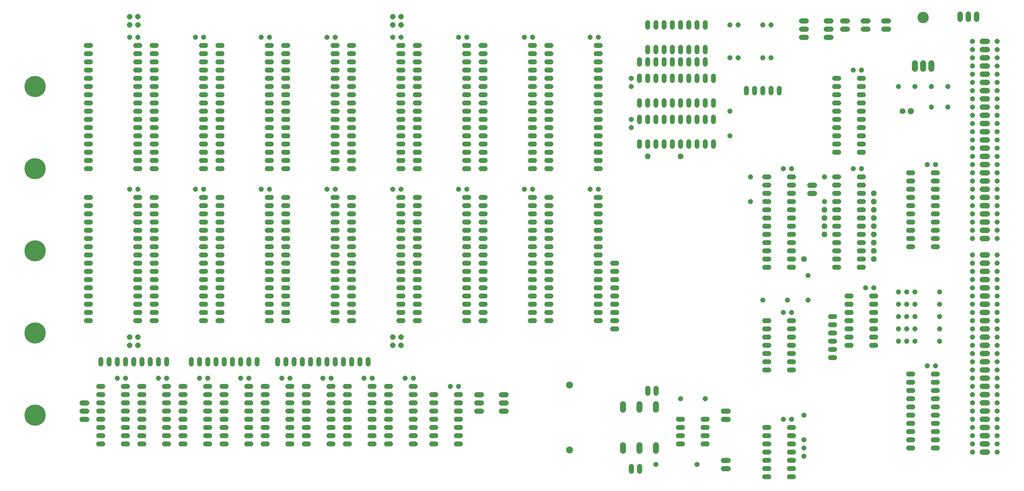
<source format=gts>
G75*
%MOIN*%
%OFA0B0*%
%FSLAX25Y25*%
%IPPOS*%
%LPD*%
%AMOC8*
5,1,8,0,0,1.08239X$1,22.5*
%
%ADD10C,0.06800*%
%ADD11C,0.07400*%
%ADD12C,0.13800*%
%ADD13OC8,0.07100*%
%ADD14C,0.07100*%
%ADD15OC8,0.06000*%
%ADD16OC8,0.06050*%
%ADD17C,0.25800*%
%ADD18C,0.06000*%
%ADD19OC8,0.06400*%
%ADD20C,0.06400*%
%ADD21C,0.08477*%
%ADD22OC8,0.06800*%
D10*
X1161300Y0598300D02*
X1161300Y0604300D01*
X1171300Y0604300D02*
X1171300Y0598300D01*
X1181300Y0598300D02*
X1181300Y0604300D01*
X1188300Y0571300D02*
X1194300Y0571300D01*
X1194300Y0561300D02*
X1188300Y0561300D01*
X1188300Y0551300D02*
X1194300Y0551300D01*
X1194300Y0541300D02*
X1188300Y0541300D01*
X1188300Y0531300D02*
X1194300Y0531300D01*
X1194300Y0521300D02*
X1188300Y0521300D01*
X1188300Y0511300D02*
X1194300Y0511300D01*
X1194300Y0501300D02*
X1188300Y0501300D01*
X1188300Y0491300D02*
X1194300Y0491300D01*
X1194300Y0481300D02*
X1188300Y0481300D01*
X1188300Y0471300D02*
X1194300Y0471300D01*
X1194300Y0461300D02*
X1188300Y0461300D01*
X1188300Y0451300D02*
X1194300Y0451300D01*
X1194300Y0441300D02*
X1188300Y0441300D01*
X1188300Y0431300D02*
X1194300Y0431300D01*
X1194300Y0421300D02*
X1188300Y0421300D01*
X1188300Y0411300D02*
X1194300Y0411300D01*
X1194300Y0401300D02*
X1188300Y0401300D01*
X1188300Y0391300D02*
X1194300Y0391300D01*
X1194300Y0381300D02*
X1188300Y0381300D01*
X1188300Y0371300D02*
X1194300Y0371300D01*
X1194300Y0361300D02*
X1188300Y0361300D01*
X1188300Y0351300D02*
X1194300Y0351300D01*
X1194300Y0341300D02*
X1188300Y0341300D01*
X1188300Y0331300D02*
X1194300Y0331300D01*
X1194300Y0311300D02*
X1188300Y0311300D01*
X1188300Y0301300D02*
X1194300Y0301300D01*
X1194300Y0291300D02*
X1188300Y0291300D01*
X1188300Y0281300D02*
X1194300Y0281300D01*
X1194300Y0271300D02*
X1188300Y0271300D01*
X1188300Y0261300D02*
X1194300Y0261300D01*
X1194300Y0251300D02*
X1188300Y0251300D01*
X1188300Y0241300D02*
X1194300Y0241300D01*
X1194300Y0231300D02*
X1188300Y0231300D01*
X1188300Y0221300D02*
X1194300Y0221300D01*
X1194300Y0211300D02*
X1188300Y0211300D01*
X1188300Y0201300D02*
X1194300Y0201300D01*
X1194300Y0191300D02*
X1188300Y0191300D01*
X1188300Y0181300D02*
X1194300Y0181300D01*
X1194300Y0171300D02*
X1188300Y0171300D01*
X1188300Y0161300D02*
X1194300Y0161300D01*
X1194300Y0151300D02*
X1188300Y0151300D01*
X1188300Y0141300D02*
X1194300Y0141300D01*
X1194300Y0131300D02*
X1188300Y0131300D01*
X1188300Y0121300D02*
X1194300Y0121300D01*
X1194300Y0111300D02*
X1188300Y0111300D01*
X1188300Y0101300D02*
X1194300Y0101300D01*
X1194300Y0091300D02*
X1188300Y0091300D01*
X1188300Y0081300D02*
X1194300Y0081300D01*
X1194300Y0071300D02*
X1188300Y0071300D01*
D11*
X0791300Y0073000D02*
X0791300Y0079600D01*
X0771300Y0079600D02*
X0771300Y0073000D01*
X0751300Y0073000D02*
X0751300Y0079600D01*
X0751300Y0123000D02*
X0751300Y0129600D01*
X0771300Y0129600D02*
X0771300Y0123000D01*
X0791300Y0123000D02*
X0791300Y0129600D01*
X1106300Y0538000D02*
X1106300Y0544600D01*
X1116300Y0544600D02*
X1116300Y0538000D01*
X1126300Y0538000D02*
X1126300Y0544600D01*
D12*
X1116300Y0600300D03*
D13*
X1101300Y0486300D03*
D14*
X1091300Y0486300D03*
D15*
X1126300Y0491300D03*
X1146300Y0491300D03*
X1146300Y0516300D03*
X1126300Y0516300D03*
X1106300Y0516300D03*
X1086300Y0516300D03*
X1041300Y0536300D03*
X1031300Y0536300D03*
X0931300Y0551300D03*
X0921300Y0551300D03*
X0891300Y0551300D03*
X0881300Y0551300D03*
X0881300Y0591300D03*
X0891300Y0591300D03*
X0921300Y0591300D03*
X0931300Y0591300D03*
X0761300Y0526300D03*
X0761300Y0516300D03*
X0761300Y0476300D03*
X0761300Y0466300D03*
X0881300Y0456300D03*
X0881300Y0486300D03*
X0946300Y0416300D03*
X0956300Y0416300D03*
X0996300Y0406300D03*
X1031300Y0416300D03*
X1041300Y0416300D03*
X0996300Y0376300D03*
X0906300Y0376300D03*
X0906300Y0406300D03*
X0721300Y0391300D03*
X0711300Y0391300D03*
X0641300Y0391300D03*
X0631300Y0391300D03*
X0561300Y0391300D03*
X0551300Y0391300D03*
X0481300Y0391300D03*
X0471300Y0391300D03*
X0401300Y0391300D03*
X0391300Y0391300D03*
X0321300Y0391300D03*
X0311300Y0391300D03*
X0241300Y0391300D03*
X0231300Y0391300D03*
X0161300Y0391300D03*
X0151300Y0391300D03*
X0151300Y0576300D03*
X0161300Y0576300D03*
X0231300Y0576300D03*
X0241300Y0576300D03*
X0311300Y0576300D03*
X0321300Y0576300D03*
X0391300Y0576300D03*
X0401300Y0576300D03*
X0471300Y0576300D03*
X0481300Y0576300D03*
X0551300Y0576300D03*
X0561300Y0576300D03*
X0631300Y0576300D03*
X0641300Y0576300D03*
X0711300Y0576300D03*
X0721300Y0576300D03*
X1121300Y0421300D03*
X1131300Y0421300D03*
X0976300Y0286300D03*
X0976300Y0256300D03*
X0956300Y0241300D03*
X0946300Y0241300D03*
X0951300Y0256300D03*
X0921300Y0256300D03*
X1046300Y0271300D03*
X1056300Y0271300D03*
X1086300Y0266300D03*
X1096300Y0266300D03*
X1106300Y0266300D03*
X1106300Y0251300D03*
X1096300Y0251300D03*
X1086300Y0251300D03*
X1086300Y0236300D03*
X1096300Y0236300D03*
X1106300Y0236300D03*
X1106300Y0221300D03*
X1096300Y0221300D03*
X1086300Y0221300D03*
X1086300Y0206300D03*
X1096300Y0206300D03*
X1106300Y0206300D03*
X1136300Y0206300D03*
X1136300Y0221300D03*
X1136300Y0236300D03*
X1136300Y0251300D03*
X1136300Y0266300D03*
X1131300Y0176300D03*
X1121300Y0176300D03*
X0971300Y0116300D03*
X0956300Y0111300D03*
X0946300Y0111300D03*
X0971300Y0086300D03*
X0971300Y0076300D03*
X0971300Y0066300D03*
X0841300Y0056300D03*
X0791300Y0056300D03*
X0821300Y0136300D03*
X0851300Y0136300D03*
X0551300Y0151300D03*
X0541300Y0151300D03*
X0496300Y0161300D03*
X0486300Y0161300D03*
X0446300Y0161300D03*
X0436300Y0161300D03*
X0396300Y0161300D03*
X0386300Y0161300D03*
X0346300Y0161300D03*
X0336300Y0161300D03*
X0296300Y0161300D03*
X0286300Y0161300D03*
X0246300Y0161300D03*
X0236300Y0161300D03*
X0196300Y0161300D03*
X0186300Y0161300D03*
X0146300Y0161300D03*
X0136300Y0161300D03*
D16*
X1176300Y0161300D03*
X1176300Y0151300D03*
X1176300Y0141300D03*
X1176300Y0131300D03*
X1176300Y0121300D03*
X1176300Y0111300D03*
X1176300Y0101300D03*
X1176300Y0091300D03*
X1176300Y0081300D03*
X1176300Y0071300D03*
X1206300Y0071300D03*
X1206300Y0081300D03*
X1206300Y0091300D03*
X1206300Y0101300D03*
X1206300Y0111300D03*
X1206300Y0121300D03*
X1206300Y0131300D03*
X1206300Y0141300D03*
X1206300Y0151300D03*
X1206300Y0161300D03*
X1206300Y0171300D03*
X1206300Y0181300D03*
X1206300Y0191300D03*
X1206300Y0201300D03*
X1206300Y0211300D03*
X1206300Y0221300D03*
X1206300Y0231300D03*
X1206300Y0241300D03*
X1206300Y0251300D03*
X1206300Y0261300D03*
X1206300Y0271300D03*
X1206300Y0281300D03*
X1206300Y0291300D03*
X1206300Y0301300D03*
X1206300Y0311300D03*
X1176300Y0311300D03*
X1176300Y0301300D03*
X1176300Y0291300D03*
X1176300Y0281300D03*
X1176300Y0271300D03*
X1176300Y0261300D03*
X1176300Y0251300D03*
X1176300Y0241300D03*
X1176300Y0231300D03*
X1176300Y0221300D03*
X1176300Y0211300D03*
X1176300Y0201300D03*
X1176300Y0191300D03*
X1176300Y0181300D03*
X1176300Y0171300D03*
X1176300Y0331300D03*
X1176300Y0341300D03*
X1176300Y0351300D03*
X1176300Y0361300D03*
X1176300Y0371300D03*
X1176300Y0381300D03*
X1176300Y0391300D03*
X1176300Y0401300D03*
X1176300Y0411300D03*
X1176300Y0421300D03*
X1176300Y0431300D03*
X1176300Y0441300D03*
X1176300Y0451300D03*
X1176300Y0461300D03*
X1176300Y0471300D03*
X1176300Y0481300D03*
X1176300Y0491300D03*
X1176300Y0501300D03*
X1176300Y0511300D03*
X1176300Y0521300D03*
X1176300Y0531300D03*
X1176300Y0541300D03*
X1176300Y0551300D03*
X1176300Y0561300D03*
X1176300Y0571300D03*
X1206300Y0571300D03*
X1206300Y0561300D03*
X1206300Y0551300D03*
X1206300Y0541300D03*
X1206300Y0531300D03*
X1206300Y0521300D03*
X1206300Y0511300D03*
X1206300Y0501300D03*
X1206300Y0491300D03*
X1206300Y0481300D03*
X1206300Y0471300D03*
X1206300Y0461300D03*
X1206300Y0451300D03*
X1206300Y0441300D03*
X1206300Y0431300D03*
X1206300Y0421300D03*
X1206300Y0411300D03*
X1206300Y0401300D03*
X1206300Y0391300D03*
X1206300Y0381300D03*
X1206300Y0371300D03*
X1206300Y0361300D03*
X1206300Y0351300D03*
X1206300Y0341300D03*
X1206300Y0331300D03*
D17*
X0036300Y0316300D03*
X0036300Y0216300D03*
X0036300Y0116300D03*
X0036300Y0416300D03*
X0036300Y0516300D03*
D18*
X0113700Y0081300D02*
X0118900Y0081300D01*
X0118900Y0091300D02*
X0113700Y0091300D01*
X0113700Y0101300D02*
X0118900Y0101300D01*
X0118900Y0111300D02*
X0113700Y0111300D01*
X0113700Y0121300D02*
X0118900Y0121300D01*
X0118900Y0131300D02*
X0113700Y0131300D01*
X0113700Y0141300D02*
X0118900Y0141300D01*
X0118900Y0151300D02*
X0113700Y0151300D01*
X0143700Y0151300D02*
X0148900Y0151300D01*
X0163700Y0151300D02*
X0168900Y0151300D01*
X0168900Y0141300D02*
X0163700Y0141300D01*
X0148900Y0141300D02*
X0143700Y0141300D01*
X0143700Y0131300D02*
X0148900Y0131300D01*
X0148900Y0121300D02*
X0143700Y0121300D01*
X0143700Y0111300D02*
X0148900Y0111300D01*
X0148900Y0101300D02*
X0143700Y0101300D01*
X0143700Y0091300D02*
X0148900Y0091300D01*
X0163700Y0091300D02*
X0168900Y0091300D01*
X0168900Y0081300D02*
X0163700Y0081300D01*
X0148900Y0081300D02*
X0143700Y0081300D01*
X0163700Y0101300D02*
X0168900Y0101300D01*
X0168900Y0111300D02*
X0163700Y0111300D01*
X0163700Y0121300D02*
X0168900Y0121300D01*
X0168900Y0131300D02*
X0163700Y0131300D01*
X0193700Y0131300D02*
X0198900Y0131300D01*
X0198900Y0121300D02*
X0193700Y0121300D01*
X0193700Y0111300D02*
X0198900Y0111300D01*
X0198900Y0101300D02*
X0193700Y0101300D01*
X0193700Y0091300D02*
X0198900Y0091300D01*
X0213700Y0091300D02*
X0218900Y0091300D01*
X0218900Y0081300D02*
X0213700Y0081300D01*
X0198900Y0081300D02*
X0193700Y0081300D01*
X0213700Y0101300D02*
X0218900Y0101300D01*
X0218900Y0111300D02*
X0213700Y0111300D01*
X0213700Y0121300D02*
X0218900Y0121300D01*
X0218900Y0131300D02*
X0213700Y0131300D01*
X0213700Y0141300D02*
X0218900Y0141300D01*
X0218900Y0151300D02*
X0213700Y0151300D01*
X0198900Y0151300D02*
X0193700Y0151300D01*
X0193700Y0141300D02*
X0198900Y0141300D01*
X0243700Y0141300D02*
X0248900Y0141300D01*
X0263700Y0141300D02*
X0268900Y0141300D01*
X0268900Y0131300D02*
X0263700Y0131300D01*
X0263700Y0121300D02*
X0268900Y0121300D01*
X0268900Y0111300D02*
X0263700Y0111300D01*
X0263700Y0101300D02*
X0268900Y0101300D01*
X0268900Y0091300D02*
X0263700Y0091300D01*
X0248900Y0091300D02*
X0243700Y0091300D01*
X0243700Y0081300D02*
X0248900Y0081300D01*
X0263700Y0081300D02*
X0268900Y0081300D01*
X0293700Y0081300D02*
X0298900Y0081300D01*
X0313700Y0081300D02*
X0318900Y0081300D01*
X0318900Y0091300D02*
X0313700Y0091300D01*
X0298900Y0091300D02*
X0293700Y0091300D01*
X0293700Y0101300D02*
X0298900Y0101300D01*
X0298900Y0111300D02*
X0293700Y0111300D01*
X0313700Y0111300D02*
X0318900Y0111300D01*
X0318900Y0101300D02*
X0313700Y0101300D01*
X0313700Y0121300D02*
X0318900Y0121300D01*
X0318900Y0131300D02*
X0313700Y0131300D01*
X0298900Y0131300D02*
X0293700Y0131300D01*
X0293700Y0121300D02*
X0298900Y0121300D01*
X0298900Y0141300D02*
X0293700Y0141300D01*
X0313700Y0141300D02*
X0318900Y0141300D01*
X0318900Y0151300D02*
X0313700Y0151300D01*
X0298900Y0151300D02*
X0293700Y0151300D01*
X0268900Y0151300D02*
X0263700Y0151300D01*
X0248900Y0151300D02*
X0243700Y0151300D01*
X0243700Y0131300D02*
X0248900Y0131300D01*
X0248900Y0121300D02*
X0243700Y0121300D01*
X0243700Y0111300D02*
X0248900Y0111300D01*
X0248900Y0101300D02*
X0243700Y0101300D01*
X0343700Y0101300D02*
X0348900Y0101300D01*
X0348900Y0111300D02*
X0343700Y0111300D01*
X0363700Y0111300D02*
X0368900Y0111300D01*
X0368900Y0101300D02*
X0363700Y0101300D01*
X0363700Y0091300D02*
X0368900Y0091300D01*
X0368900Y0081300D02*
X0363700Y0081300D01*
X0348900Y0081300D02*
X0343700Y0081300D01*
X0343700Y0091300D02*
X0348900Y0091300D01*
X0393700Y0091300D02*
X0398900Y0091300D01*
X0398900Y0081300D02*
X0393700Y0081300D01*
X0413700Y0081300D02*
X0418900Y0081300D01*
X0418900Y0091300D02*
X0413700Y0091300D01*
X0413700Y0101300D02*
X0418900Y0101300D01*
X0418900Y0111300D02*
X0413700Y0111300D01*
X0413700Y0121300D02*
X0418900Y0121300D01*
X0418900Y0131300D02*
X0413700Y0131300D01*
X0413700Y0141300D02*
X0418900Y0141300D01*
X0418900Y0151300D02*
X0413700Y0151300D01*
X0398900Y0151300D02*
X0393700Y0151300D01*
X0393700Y0141300D02*
X0398900Y0141300D01*
X0398900Y0131300D02*
X0393700Y0131300D01*
X0393700Y0121300D02*
X0398900Y0121300D01*
X0398900Y0111300D02*
X0393700Y0111300D01*
X0393700Y0101300D02*
X0398900Y0101300D01*
X0368900Y0121300D02*
X0363700Y0121300D01*
X0363700Y0131300D02*
X0368900Y0131300D01*
X0368900Y0141300D02*
X0363700Y0141300D01*
X0348900Y0141300D02*
X0343700Y0141300D01*
X0343700Y0131300D02*
X0348900Y0131300D01*
X0348900Y0121300D02*
X0343700Y0121300D01*
X0343700Y0151300D02*
X0348900Y0151300D01*
X0363700Y0151300D02*
X0368900Y0151300D01*
X0371300Y0178700D02*
X0371300Y0183900D01*
X0361300Y0183900D02*
X0361300Y0178700D01*
X0351300Y0178700D02*
X0351300Y0183900D01*
X0341300Y0183900D02*
X0341300Y0178700D01*
X0331300Y0178700D02*
X0331300Y0183900D01*
X0306300Y0183900D02*
X0306300Y0178700D01*
X0296300Y0178700D02*
X0296300Y0183900D01*
X0286300Y0183900D02*
X0286300Y0178700D01*
X0276300Y0178700D02*
X0276300Y0183900D01*
X0266300Y0183900D02*
X0266300Y0178700D01*
X0256300Y0178700D02*
X0256300Y0183900D01*
X0246300Y0183900D02*
X0246300Y0178700D01*
X0236300Y0178700D02*
X0236300Y0183900D01*
X0226300Y0183900D02*
X0226300Y0178700D01*
X0196300Y0178700D02*
X0196300Y0183900D01*
X0186300Y0183900D02*
X0186300Y0178700D01*
X0176300Y0178700D02*
X0176300Y0183900D01*
X0166300Y0183900D02*
X0166300Y0178700D01*
X0156300Y0178700D02*
X0156300Y0183900D01*
X0146300Y0183900D02*
X0146300Y0178700D01*
X0136300Y0178700D02*
X0136300Y0183900D01*
X0126300Y0183900D02*
X0126300Y0178700D01*
X0116300Y0178700D02*
X0116300Y0183900D01*
X0103900Y0231300D02*
X0098700Y0231300D01*
X0098700Y0241300D02*
X0103900Y0241300D01*
X0103900Y0251300D02*
X0098700Y0251300D01*
X0098700Y0261300D02*
X0103900Y0261300D01*
X0103900Y0271300D02*
X0098700Y0271300D01*
X0098700Y0281300D02*
X0103900Y0281300D01*
X0103900Y0291300D02*
X0098700Y0291300D01*
X0098700Y0301300D02*
X0103900Y0301300D01*
X0103900Y0311300D02*
X0098700Y0311300D01*
X0098700Y0321300D02*
X0103900Y0321300D01*
X0103900Y0331300D02*
X0098700Y0331300D01*
X0098700Y0341300D02*
X0103900Y0341300D01*
X0103900Y0351300D02*
X0098700Y0351300D01*
X0098700Y0361300D02*
X0103900Y0361300D01*
X0103900Y0371300D02*
X0098700Y0371300D01*
X0098700Y0381300D02*
X0103900Y0381300D01*
X0158700Y0381300D02*
X0163900Y0381300D01*
X0163900Y0371300D02*
X0158700Y0371300D01*
X0178700Y0371300D02*
X0183900Y0371300D01*
X0183900Y0381300D02*
X0178700Y0381300D01*
X0178700Y0361300D02*
X0183900Y0361300D01*
X0183900Y0351300D02*
X0178700Y0351300D01*
X0178700Y0341300D02*
X0183900Y0341300D01*
X0183900Y0331300D02*
X0178700Y0331300D01*
X0178700Y0321300D02*
X0183900Y0321300D01*
X0183900Y0311300D02*
X0178700Y0311300D01*
X0178700Y0301300D02*
X0183900Y0301300D01*
X0183900Y0291300D02*
X0178700Y0291300D01*
X0163900Y0291300D02*
X0158700Y0291300D01*
X0158700Y0281300D02*
X0163900Y0281300D01*
X0163900Y0271300D02*
X0158700Y0271300D01*
X0178700Y0271300D02*
X0183900Y0271300D01*
X0183900Y0281300D02*
X0178700Y0281300D01*
X0178700Y0261300D02*
X0183900Y0261300D01*
X0183900Y0251300D02*
X0178700Y0251300D01*
X0163900Y0251300D02*
X0158700Y0251300D01*
X0158700Y0261300D02*
X0163900Y0261300D01*
X0163900Y0241300D02*
X0158700Y0241300D01*
X0178700Y0241300D02*
X0183900Y0241300D01*
X0183900Y0231300D02*
X0178700Y0231300D01*
X0163900Y0231300D02*
X0158700Y0231300D01*
X0238700Y0231300D02*
X0243900Y0231300D01*
X0258700Y0231300D02*
X0263900Y0231300D01*
X0263900Y0241300D02*
X0258700Y0241300D01*
X0243900Y0241300D02*
X0238700Y0241300D01*
X0238700Y0251300D02*
X0243900Y0251300D01*
X0243900Y0261300D02*
X0238700Y0261300D01*
X0238700Y0271300D02*
X0243900Y0271300D01*
X0243900Y0281300D02*
X0238700Y0281300D01*
X0238700Y0291300D02*
X0243900Y0291300D01*
X0258700Y0291300D02*
X0263900Y0291300D01*
X0263900Y0281300D02*
X0258700Y0281300D01*
X0258700Y0271300D02*
X0263900Y0271300D01*
X0263900Y0261300D02*
X0258700Y0261300D01*
X0258700Y0251300D02*
X0263900Y0251300D01*
X0318700Y0251300D02*
X0323900Y0251300D01*
X0323900Y0261300D02*
X0318700Y0261300D01*
X0338700Y0261300D02*
X0343900Y0261300D01*
X0343900Y0251300D02*
X0338700Y0251300D01*
X0338700Y0241300D02*
X0343900Y0241300D01*
X0343900Y0231300D02*
X0338700Y0231300D01*
X0323900Y0231300D02*
X0318700Y0231300D01*
X0318700Y0241300D02*
X0323900Y0241300D01*
X0323900Y0271300D02*
X0318700Y0271300D01*
X0318700Y0281300D02*
X0323900Y0281300D01*
X0338700Y0281300D02*
X0343900Y0281300D01*
X0343900Y0271300D02*
X0338700Y0271300D01*
X0338700Y0291300D02*
X0343900Y0291300D01*
X0343900Y0301300D02*
X0338700Y0301300D01*
X0338700Y0311300D02*
X0343900Y0311300D01*
X0343900Y0321300D02*
X0338700Y0321300D01*
X0338700Y0331300D02*
X0343900Y0331300D01*
X0343900Y0341300D02*
X0338700Y0341300D01*
X0338700Y0351300D02*
X0343900Y0351300D01*
X0343900Y0361300D02*
X0338700Y0361300D01*
X0323900Y0361300D02*
X0318700Y0361300D01*
X0318700Y0351300D02*
X0323900Y0351300D01*
X0323900Y0341300D02*
X0318700Y0341300D01*
X0318700Y0331300D02*
X0323900Y0331300D01*
X0323900Y0321300D02*
X0318700Y0321300D01*
X0318700Y0311300D02*
X0323900Y0311300D01*
X0323900Y0301300D02*
X0318700Y0301300D01*
X0318700Y0291300D02*
X0323900Y0291300D01*
X0263900Y0301300D02*
X0258700Y0301300D01*
X0258700Y0311300D02*
X0263900Y0311300D01*
X0243900Y0311300D02*
X0238700Y0311300D01*
X0238700Y0301300D02*
X0243900Y0301300D01*
X0243900Y0321300D02*
X0238700Y0321300D01*
X0238700Y0331300D02*
X0243900Y0331300D01*
X0258700Y0331300D02*
X0263900Y0331300D01*
X0263900Y0321300D02*
X0258700Y0321300D01*
X0258700Y0341300D02*
X0263900Y0341300D01*
X0263900Y0351300D02*
X0258700Y0351300D01*
X0243900Y0351300D02*
X0238700Y0351300D01*
X0238700Y0341300D02*
X0243900Y0341300D01*
X0243900Y0361300D02*
X0238700Y0361300D01*
X0238700Y0371300D02*
X0243900Y0371300D01*
X0243900Y0381300D02*
X0238700Y0381300D01*
X0258700Y0381300D02*
X0263900Y0381300D01*
X0263900Y0371300D02*
X0258700Y0371300D01*
X0258700Y0361300D02*
X0263900Y0361300D01*
X0318700Y0371300D02*
X0323900Y0371300D01*
X0323900Y0381300D02*
X0318700Y0381300D01*
X0338700Y0381300D02*
X0343900Y0381300D01*
X0343900Y0371300D02*
X0338700Y0371300D01*
X0398700Y0371300D02*
X0403900Y0371300D01*
X0403900Y0381300D02*
X0398700Y0381300D01*
X0418700Y0381300D02*
X0423900Y0381300D01*
X0423900Y0371300D02*
X0418700Y0371300D01*
X0418700Y0361300D02*
X0423900Y0361300D01*
X0403900Y0361300D02*
X0398700Y0361300D01*
X0398700Y0351300D02*
X0403900Y0351300D01*
X0403900Y0341300D02*
X0398700Y0341300D01*
X0398700Y0331300D02*
X0403900Y0331300D01*
X0403900Y0321300D02*
X0398700Y0321300D01*
X0398700Y0311300D02*
X0403900Y0311300D01*
X0403900Y0301300D02*
X0398700Y0301300D01*
X0398700Y0291300D02*
X0403900Y0291300D01*
X0418700Y0291300D02*
X0423900Y0291300D01*
X0423900Y0281300D02*
X0418700Y0281300D01*
X0418700Y0271300D02*
X0423900Y0271300D01*
X0403900Y0271300D02*
X0398700Y0271300D01*
X0398700Y0281300D02*
X0403900Y0281300D01*
X0403900Y0261300D02*
X0398700Y0261300D01*
X0398700Y0251300D02*
X0403900Y0251300D01*
X0418700Y0251300D02*
X0423900Y0251300D01*
X0423900Y0261300D02*
X0418700Y0261300D01*
X0418700Y0241300D02*
X0423900Y0241300D01*
X0403900Y0241300D02*
X0398700Y0241300D01*
X0398700Y0231300D02*
X0403900Y0231300D01*
X0418700Y0231300D02*
X0423900Y0231300D01*
X0478700Y0231300D02*
X0483900Y0231300D01*
X0483900Y0241300D02*
X0478700Y0241300D01*
X0478700Y0251300D02*
X0483900Y0251300D01*
X0483900Y0261300D02*
X0478700Y0261300D01*
X0478700Y0271300D02*
X0483900Y0271300D01*
X0483900Y0281300D02*
X0478700Y0281300D01*
X0478700Y0291300D02*
X0483900Y0291300D01*
X0483900Y0301300D02*
X0478700Y0301300D01*
X0478700Y0311300D02*
X0483900Y0311300D01*
X0483900Y0321300D02*
X0478700Y0321300D01*
X0478700Y0331300D02*
X0483900Y0331300D01*
X0483900Y0341300D02*
X0478700Y0341300D01*
X0478700Y0351300D02*
X0483900Y0351300D01*
X0483900Y0361300D02*
X0478700Y0361300D01*
X0478700Y0371300D02*
X0483900Y0371300D01*
X0483900Y0381300D02*
X0478700Y0381300D01*
X0498700Y0381300D02*
X0503900Y0381300D01*
X0503900Y0371300D02*
X0498700Y0371300D01*
X0498700Y0361300D02*
X0503900Y0361300D01*
X0503900Y0351300D02*
X0498700Y0351300D01*
X0498700Y0341300D02*
X0503900Y0341300D01*
X0503900Y0331300D02*
X0498700Y0331300D01*
X0498700Y0321300D02*
X0503900Y0321300D01*
X0503900Y0311300D02*
X0498700Y0311300D01*
X0498700Y0301300D02*
X0503900Y0301300D01*
X0503900Y0291300D02*
X0498700Y0291300D01*
X0498700Y0281300D02*
X0503900Y0281300D01*
X0503900Y0271300D02*
X0498700Y0271300D01*
X0498700Y0261300D02*
X0503900Y0261300D01*
X0503900Y0251300D02*
X0498700Y0251300D01*
X0498700Y0241300D02*
X0503900Y0241300D01*
X0503900Y0231300D02*
X0498700Y0231300D01*
X0558700Y0231300D02*
X0563900Y0231300D01*
X0578700Y0231300D02*
X0583900Y0231300D01*
X0583900Y0241300D02*
X0578700Y0241300D01*
X0563900Y0241300D02*
X0558700Y0241300D01*
X0558700Y0251300D02*
X0563900Y0251300D01*
X0563900Y0261300D02*
X0558700Y0261300D01*
X0578700Y0261300D02*
X0583900Y0261300D01*
X0583900Y0251300D02*
X0578700Y0251300D01*
X0578700Y0271300D02*
X0583900Y0271300D01*
X0583900Y0281300D02*
X0578700Y0281300D01*
X0563900Y0281300D02*
X0558700Y0281300D01*
X0558700Y0271300D02*
X0563900Y0271300D01*
X0563900Y0291300D02*
X0558700Y0291300D01*
X0578700Y0291300D02*
X0583900Y0291300D01*
X0583900Y0301300D02*
X0578700Y0301300D01*
X0578700Y0311300D02*
X0583900Y0311300D01*
X0583900Y0321300D02*
X0578700Y0321300D01*
X0578700Y0331300D02*
X0583900Y0331300D01*
X0583900Y0341300D02*
X0578700Y0341300D01*
X0578700Y0351300D02*
X0583900Y0351300D01*
X0583900Y0361300D02*
X0578700Y0361300D01*
X0563900Y0361300D02*
X0558700Y0361300D01*
X0558700Y0351300D02*
X0563900Y0351300D01*
X0563900Y0341300D02*
X0558700Y0341300D01*
X0558700Y0331300D02*
X0563900Y0331300D01*
X0563900Y0321300D02*
X0558700Y0321300D01*
X0558700Y0311300D02*
X0563900Y0311300D01*
X0563900Y0301300D02*
X0558700Y0301300D01*
X0638700Y0301300D02*
X0643900Y0301300D01*
X0643900Y0311300D02*
X0638700Y0311300D01*
X0638700Y0321300D02*
X0643900Y0321300D01*
X0643900Y0331300D02*
X0638700Y0331300D01*
X0638700Y0341300D02*
X0643900Y0341300D01*
X0643900Y0351300D02*
X0638700Y0351300D01*
X0638700Y0361300D02*
X0643900Y0361300D01*
X0658700Y0361300D02*
X0663900Y0361300D01*
X0663900Y0351300D02*
X0658700Y0351300D01*
X0658700Y0341300D02*
X0663900Y0341300D01*
X0663900Y0331300D02*
X0658700Y0331300D01*
X0658700Y0321300D02*
X0663900Y0321300D01*
X0663900Y0311300D02*
X0658700Y0311300D01*
X0658700Y0301300D02*
X0663900Y0301300D01*
X0663900Y0291300D02*
X0658700Y0291300D01*
X0643900Y0291300D02*
X0638700Y0291300D01*
X0638700Y0281300D02*
X0643900Y0281300D01*
X0643900Y0271300D02*
X0638700Y0271300D01*
X0638700Y0261300D02*
X0643900Y0261300D01*
X0643900Y0251300D02*
X0638700Y0251300D01*
X0638700Y0241300D02*
X0643900Y0241300D01*
X0658700Y0241300D02*
X0663900Y0241300D01*
X0663900Y0231300D02*
X0658700Y0231300D01*
X0643900Y0231300D02*
X0638700Y0231300D01*
X0658700Y0251300D02*
X0663900Y0251300D01*
X0663900Y0261300D02*
X0658700Y0261300D01*
X0658700Y0271300D02*
X0663900Y0271300D01*
X0663900Y0281300D02*
X0658700Y0281300D01*
X0718700Y0281300D02*
X0723900Y0281300D01*
X0723900Y0271300D02*
X0718700Y0271300D01*
X0738700Y0271300D02*
X0743900Y0271300D01*
X0743900Y0281300D02*
X0738700Y0281300D01*
X0738700Y0291300D02*
X0743900Y0291300D01*
X0743900Y0301300D02*
X0738700Y0301300D01*
X0723900Y0301300D02*
X0718700Y0301300D01*
X0718700Y0311300D02*
X0723900Y0311300D01*
X0723900Y0321300D02*
X0718700Y0321300D01*
X0718700Y0331300D02*
X0723900Y0331300D01*
X0723900Y0341300D02*
X0718700Y0341300D01*
X0718700Y0351300D02*
X0723900Y0351300D01*
X0723900Y0361300D02*
X0718700Y0361300D01*
X0718700Y0371300D02*
X0723900Y0371300D01*
X0723900Y0381300D02*
X0718700Y0381300D01*
X0663900Y0381300D02*
X0658700Y0381300D01*
X0658700Y0371300D02*
X0663900Y0371300D01*
X0643900Y0371300D02*
X0638700Y0371300D01*
X0638700Y0381300D02*
X0643900Y0381300D01*
X0583900Y0381300D02*
X0578700Y0381300D01*
X0578700Y0371300D02*
X0583900Y0371300D01*
X0563900Y0371300D02*
X0558700Y0371300D01*
X0558700Y0381300D02*
X0563900Y0381300D01*
X0563900Y0416300D02*
X0558700Y0416300D01*
X0558700Y0426300D02*
X0563900Y0426300D01*
X0578700Y0426300D02*
X0583900Y0426300D01*
X0583900Y0416300D02*
X0578700Y0416300D01*
X0578700Y0436300D02*
X0583900Y0436300D01*
X0583900Y0446300D02*
X0578700Y0446300D01*
X0578700Y0456300D02*
X0583900Y0456300D01*
X0583900Y0466300D02*
X0578700Y0466300D01*
X0578700Y0476300D02*
X0583900Y0476300D01*
X0583900Y0486300D02*
X0578700Y0486300D01*
X0563900Y0486300D02*
X0558700Y0486300D01*
X0558700Y0476300D02*
X0563900Y0476300D01*
X0563900Y0466300D02*
X0558700Y0466300D01*
X0558700Y0456300D02*
X0563900Y0456300D01*
X0563900Y0446300D02*
X0558700Y0446300D01*
X0558700Y0436300D02*
X0563900Y0436300D01*
X0503900Y0436300D02*
X0498700Y0436300D01*
X0498700Y0426300D02*
X0503900Y0426300D01*
X0503900Y0416300D02*
X0498700Y0416300D01*
X0483900Y0416300D02*
X0478700Y0416300D01*
X0478700Y0426300D02*
X0483900Y0426300D01*
X0483900Y0436300D02*
X0478700Y0436300D01*
X0478700Y0446300D02*
X0483900Y0446300D01*
X0483900Y0456300D02*
X0478700Y0456300D01*
X0478700Y0466300D02*
X0483900Y0466300D01*
X0483900Y0476300D02*
X0478700Y0476300D01*
X0478700Y0486300D02*
X0483900Y0486300D01*
X0483900Y0496300D02*
X0478700Y0496300D01*
X0478700Y0506300D02*
X0483900Y0506300D01*
X0483900Y0516300D02*
X0478700Y0516300D01*
X0478700Y0526300D02*
X0483900Y0526300D01*
X0483900Y0536300D02*
X0478700Y0536300D01*
X0478700Y0546300D02*
X0483900Y0546300D01*
X0483900Y0556300D02*
X0478700Y0556300D01*
X0478700Y0566300D02*
X0483900Y0566300D01*
X0498700Y0566300D02*
X0503900Y0566300D01*
X0503900Y0556300D02*
X0498700Y0556300D01*
X0498700Y0546300D02*
X0503900Y0546300D01*
X0503900Y0536300D02*
X0498700Y0536300D01*
X0498700Y0526300D02*
X0503900Y0526300D01*
X0503900Y0516300D02*
X0498700Y0516300D01*
X0498700Y0506300D02*
X0503900Y0506300D01*
X0503900Y0496300D02*
X0498700Y0496300D01*
X0498700Y0486300D02*
X0503900Y0486300D01*
X0503900Y0476300D02*
X0498700Y0476300D01*
X0498700Y0466300D02*
X0503900Y0466300D01*
X0503900Y0456300D02*
X0498700Y0456300D01*
X0498700Y0446300D02*
X0503900Y0446300D01*
X0423900Y0446300D02*
X0418700Y0446300D01*
X0418700Y0456300D02*
X0423900Y0456300D01*
X0403900Y0456300D02*
X0398700Y0456300D01*
X0398700Y0446300D02*
X0403900Y0446300D01*
X0403900Y0436300D02*
X0398700Y0436300D01*
X0398700Y0426300D02*
X0403900Y0426300D01*
X0403900Y0416300D02*
X0398700Y0416300D01*
X0418700Y0416300D02*
X0423900Y0416300D01*
X0423900Y0426300D02*
X0418700Y0426300D01*
X0418700Y0436300D02*
X0423900Y0436300D01*
X0423900Y0466300D02*
X0418700Y0466300D01*
X0418700Y0476300D02*
X0423900Y0476300D01*
X0403900Y0476300D02*
X0398700Y0476300D01*
X0398700Y0466300D02*
X0403900Y0466300D01*
X0403900Y0486300D02*
X0398700Y0486300D01*
X0398700Y0496300D02*
X0403900Y0496300D01*
X0403900Y0506300D02*
X0398700Y0506300D01*
X0398700Y0516300D02*
X0403900Y0516300D01*
X0403900Y0526300D02*
X0398700Y0526300D01*
X0398700Y0536300D02*
X0403900Y0536300D01*
X0418700Y0536300D02*
X0423900Y0536300D01*
X0423900Y0526300D02*
X0418700Y0526300D01*
X0418700Y0516300D02*
X0423900Y0516300D01*
X0423900Y0506300D02*
X0418700Y0506300D01*
X0418700Y0496300D02*
X0423900Y0496300D01*
X0423900Y0486300D02*
X0418700Y0486300D01*
X0343900Y0486300D02*
X0338700Y0486300D01*
X0323900Y0486300D02*
X0318700Y0486300D01*
X0318700Y0476300D02*
X0323900Y0476300D01*
X0323900Y0466300D02*
X0318700Y0466300D01*
X0338700Y0466300D02*
X0343900Y0466300D01*
X0343900Y0476300D02*
X0338700Y0476300D01*
X0338700Y0456300D02*
X0343900Y0456300D01*
X0343900Y0446300D02*
X0338700Y0446300D01*
X0323900Y0446300D02*
X0318700Y0446300D01*
X0318700Y0456300D02*
X0323900Y0456300D01*
X0323900Y0436300D02*
X0318700Y0436300D01*
X0338700Y0436300D02*
X0343900Y0436300D01*
X0343900Y0426300D02*
X0338700Y0426300D01*
X0338700Y0416300D02*
X0343900Y0416300D01*
X0323900Y0416300D02*
X0318700Y0416300D01*
X0318700Y0426300D02*
X0323900Y0426300D01*
X0263900Y0426300D02*
X0258700Y0426300D01*
X0258700Y0416300D02*
X0263900Y0416300D01*
X0243900Y0416300D02*
X0238700Y0416300D01*
X0238700Y0426300D02*
X0243900Y0426300D01*
X0243900Y0436300D02*
X0238700Y0436300D01*
X0238700Y0446300D02*
X0243900Y0446300D01*
X0243900Y0456300D02*
X0238700Y0456300D01*
X0238700Y0466300D02*
X0243900Y0466300D01*
X0243900Y0476300D02*
X0238700Y0476300D01*
X0238700Y0486300D02*
X0243900Y0486300D01*
X0258700Y0486300D02*
X0263900Y0486300D01*
X0263900Y0476300D02*
X0258700Y0476300D01*
X0258700Y0466300D02*
X0263900Y0466300D01*
X0263900Y0456300D02*
X0258700Y0456300D01*
X0258700Y0446300D02*
X0263900Y0446300D01*
X0263900Y0436300D02*
X0258700Y0436300D01*
X0183900Y0436300D02*
X0178700Y0436300D01*
X0163900Y0436300D02*
X0158700Y0436300D01*
X0158700Y0426300D02*
X0163900Y0426300D01*
X0163900Y0416300D02*
X0158700Y0416300D01*
X0178700Y0416300D02*
X0183900Y0416300D01*
X0183900Y0426300D02*
X0178700Y0426300D01*
X0178700Y0446300D02*
X0183900Y0446300D01*
X0183900Y0456300D02*
X0178700Y0456300D01*
X0163900Y0456300D02*
X0158700Y0456300D01*
X0158700Y0446300D02*
X0163900Y0446300D01*
X0163900Y0466300D02*
X0158700Y0466300D01*
X0158700Y0476300D02*
X0163900Y0476300D01*
X0178700Y0476300D02*
X0183900Y0476300D01*
X0183900Y0466300D02*
X0178700Y0466300D01*
X0178700Y0486300D02*
X0183900Y0486300D01*
X0183900Y0496300D02*
X0178700Y0496300D01*
X0178700Y0506300D02*
X0183900Y0506300D01*
X0183900Y0516300D02*
X0178700Y0516300D01*
X0178700Y0526300D02*
X0183900Y0526300D01*
X0183900Y0536300D02*
X0178700Y0536300D01*
X0163900Y0536300D02*
X0158700Y0536300D01*
X0158700Y0526300D02*
X0163900Y0526300D01*
X0163900Y0516300D02*
X0158700Y0516300D01*
X0158700Y0506300D02*
X0163900Y0506300D01*
X0163900Y0496300D02*
X0158700Y0496300D01*
X0158700Y0486300D02*
X0163900Y0486300D01*
X0103900Y0486300D02*
X0098700Y0486300D01*
X0098700Y0476300D02*
X0103900Y0476300D01*
X0103900Y0466300D02*
X0098700Y0466300D01*
X0098700Y0456300D02*
X0103900Y0456300D01*
X0103900Y0446300D02*
X0098700Y0446300D01*
X0098700Y0436300D02*
X0103900Y0436300D01*
X0103900Y0426300D02*
X0098700Y0426300D01*
X0098700Y0416300D02*
X0103900Y0416300D01*
X0158700Y0361300D02*
X0163900Y0361300D01*
X0163900Y0351300D02*
X0158700Y0351300D01*
X0158700Y0341300D02*
X0163900Y0341300D01*
X0163900Y0331300D02*
X0158700Y0331300D01*
X0158700Y0321300D02*
X0163900Y0321300D01*
X0163900Y0311300D02*
X0158700Y0311300D01*
X0158700Y0301300D02*
X0163900Y0301300D01*
X0381300Y0183900D02*
X0381300Y0178700D01*
X0391300Y0178700D02*
X0391300Y0183900D01*
X0401300Y0183900D02*
X0401300Y0178700D01*
X0411300Y0178700D02*
X0411300Y0183900D01*
X0421300Y0183900D02*
X0421300Y0178700D01*
X0431300Y0178700D02*
X0431300Y0183900D01*
X0441300Y0183900D02*
X0441300Y0178700D01*
X0443700Y0151300D02*
X0448900Y0151300D01*
X0463700Y0151300D02*
X0468900Y0151300D01*
X0468900Y0141300D02*
X0463700Y0141300D01*
X0448900Y0141300D02*
X0443700Y0141300D01*
X0443700Y0131300D02*
X0448900Y0131300D01*
X0448900Y0121300D02*
X0443700Y0121300D01*
X0443700Y0111300D02*
X0448900Y0111300D01*
X0448900Y0101300D02*
X0443700Y0101300D01*
X0443700Y0091300D02*
X0448900Y0091300D01*
X0463700Y0091300D02*
X0468900Y0091300D01*
X0468900Y0081300D02*
X0463700Y0081300D01*
X0448900Y0081300D02*
X0443700Y0081300D01*
X0463700Y0101300D02*
X0468900Y0101300D01*
X0468900Y0111300D02*
X0463700Y0111300D01*
X0463700Y0121300D02*
X0468900Y0121300D01*
X0468900Y0131300D02*
X0463700Y0131300D01*
X0493700Y0131300D02*
X0498900Y0131300D01*
X0498900Y0121300D02*
X0493700Y0121300D01*
X0493700Y0111300D02*
X0498900Y0111300D01*
X0498900Y0101300D02*
X0493700Y0101300D01*
X0493700Y0091300D02*
X0498900Y0091300D01*
X0518700Y0091300D02*
X0523900Y0091300D01*
X0523900Y0081300D02*
X0518700Y0081300D01*
X0498900Y0081300D02*
X0493700Y0081300D01*
X0518700Y0101300D02*
X0523900Y0101300D01*
X0523900Y0111300D02*
X0518700Y0111300D01*
X0518700Y0121300D02*
X0523900Y0121300D01*
X0523900Y0131300D02*
X0518700Y0131300D01*
X0518700Y0141300D02*
X0523900Y0141300D01*
X0548700Y0141300D02*
X0553900Y0141300D01*
X0553900Y0131300D02*
X0548700Y0131300D01*
X0548700Y0121300D02*
X0553900Y0121300D01*
X0553900Y0111300D02*
X0548700Y0111300D01*
X0548700Y0101300D02*
X0553900Y0101300D01*
X0553900Y0091300D02*
X0548700Y0091300D01*
X0548700Y0081300D02*
X0553900Y0081300D01*
X0498900Y0141300D02*
X0493700Y0141300D01*
X0493700Y0151300D02*
X0498900Y0151300D01*
X0718700Y0231300D02*
X0723900Y0231300D01*
X0738700Y0231300D02*
X0743900Y0231300D01*
X0743900Y0221300D02*
X0738700Y0221300D01*
X0738700Y0241300D02*
X0743900Y0241300D01*
X0743900Y0251300D02*
X0738700Y0251300D01*
X0738700Y0261300D02*
X0743900Y0261300D01*
X0723900Y0261300D02*
X0718700Y0261300D01*
X0718700Y0251300D02*
X0723900Y0251300D01*
X0723900Y0241300D02*
X0718700Y0241300D01*
X0718700Y0291300D02*
X0723900Y0291300D01*
X0923700Y0296300D02*
X0928900Y0296300D01*
X0928900Y0306300D02*
X0923700Y0306300D01*
X0923700Y0316300D02*
X0928900Y0316300D01*
X0928900Y0326300D02*
X0923700Y0326300D01*
X0923700Y0336300D02*
X0928900Y0336300D01*
X0928900Y0346300D02*
X0923700Y0346300D01*
X0923700Y0356300D02*
X0928900Y0356300D01*
X0928900Y0366300D02*
X0923700Y0366300D01*
X0923700Y0376300D02*
X0928900Y0376300D01*
X0928900Y0386300D02*
X0923700Y0386300D01*
X0923700Y0396300D02*
X0928900Y0396300D01*
X0928900Y0406300D02*
X0923700Y0406300D01*
X0953700Y0406300D02*
X0958900Y0406300D01*
X0958900Y0396300D02*
X0953700Y0396300D01*
X0953700Y0386300D02*
X0958900Y0386300D01*
X0958900Y0376300D02*
X0953700Y0376300D01*
X0953700Y0366300D02*
X0958900Y0366300D01*
X0958900Y0356300D02*
X0953700Y0356300D01*
X0953700Y0346300D02*
X0958900Y0346300D01*
X0958900Y0336300D02*
X0953700Y0336300D01*
X0953700Y0326300D02*
X0958900Y0326300D01*
X0958900Y0316300D02*
X0953700Y0316300D01*
X0953700Y0306300D02*
X0958900Y0306300D01*
X0958900Y0296300D02*
X0953700Y0296300D01*
X1008700Y0296300D02*
X1013900Y0296300D01*
X1013900Y0306300D02*
X1008700Y0306300D01*
X1008700Y0316300D02*
X1013900Y0316300D01*
X1013900Y0326300D02*
X1008700Y0326300D01*
X1008700Y0336300D02*
X1013900Y0336300D01*
X1013900Y0346300D02*
X1008700Y0346300D01*
X1008700Y0356300D02*
X1013900Y0356300D01*
X1013900Y0366300D02*
X1008700Y0366300D01*
X1008700Y0376300D02*
X1013900Y0376300D01*
X1013900Y0386300D02*
X1008700Y0386300D01*
X1008700Y0396300D02*
X1013900Y0396300D01*
X1013900Y0406300D02*
X1008700Y0406300D01*
X1038700Y0406300D02*
X1043900Y0406300D01*
X1043900Y0396300D02*
X1038700Y0396300D01*
X1038700Y0386300D02*
X1043900Y0386300D01*
X1043900Y0376300D02*
X1038700Y0376300D01*
X1038700Y0366300D02*
X1043900Y0366300D01*
X1043900Y0356300D02*
X1038700Y0356300D01*
X1038700Y0346300D02*
X1043900Y0346300D01*
X1043900Y0336300D02*
X1038700Y0336300D01*
X1038700Y0326300D02*
X1043900Y0326300D01*
X1043900Y0316300D02*
X1038700Y0316300D01*
X1038700Y0306300D02*
X1043900Y0306300D01*
X1043900Y0296300D02*
X1038700Y0296300D01*
X1098700Y0321300D02*
X1103900Y0321300D01*
X1103900Y0331300D02*
X1098700Y0331300D01*
X1098700Y0341300D02*
X1103900Y0341300D01*
X1103900Y0351300D02*
X1098700Y0351300D01*
X1098700Y0361300D02*
X1103900Y0361300D01*
X1103900Y0371300D02*
X1098700Y0371300D01*
X1098700Y0381300D02*
X1103900Y0381300D01*
X1103900Y0391300D02*
X1098700Y0391300D01*
X1098700Y0401300D02*
X1103900Y0401300D01*
X1103900Y0411300D02*
X1098700Y0411300D01*
X1128700Y0411300D02*
X1133900Y0411300D01*
X1133900Y0401300D02*
X1128700Y0401300D01*
X1128700Y0391300D02*
X1133900Y0391300D01*
X1133900Y0381300D02*
X1128700Y0381300D01*
X1128700Y0371300D02*
X1133900Y0371300D01*
X1133900Y0361300D02*
X1128700Y0361300D01*
X1128700Y0351300D02*
X1133900Y0351300D01*
X1133900Y0341300D02*
X1128700Y0341300D01*
X1128700Y0331300D02*
X1133900Y0331300D01*
X1133900Y0321300D02*
X1128700Y0321300D01*
X1058900Y0261300D02*
X1053700Y0261300D01*
X1053700Y0251300D02*
X1058900Y0251300D01*
X1058900Y0241300D02*
X1053700Y0241300D01*
X1053700Y0231300D02*
X1058900Y0231300D01*
X1058900Y0221300D02*
X1053700Y0221300D01*
X1053700Y0211300D02*
X1058900Y0211300D01*
X1058900Y0201300D02*
X1053700Y0201300D01*
X1028900Y0201300D02*
X1023700Y0201300D01*
X1023700Y0211300D02*
X1028900Y0211300D01*
X1008900Y0206300D02*
X1003700Y0206300D01*
X1003700Y0196300D02*
X1008900Y0196300D01*
X1008900Y0186300D02*
X1003700Y0186300D01*
X0958900Y0181300D02*
X0953700Y0181300D01*
X0953700Y0171300D02*
X0958900Y0171300D01*
X0958900Y0191300D02*
X0953700Y0191300D01*
X0953700Y0201300D02*
X0958900Y0201300D01*
X0958900Y0211300D02*
X0953700Y0211300D01*
X0953700Y0221300D02*
X0958900Y0221300D01*
X0958900Y0231300D02*
X0953700Y0231300D01*
X0928900Y0231300D02*
X0923700Y0231300D01*
X0923700Y0221300D02*
X0928900Y0221300D01*
X0928900Y0211300D02*
X0923700Y0211300D01*
X0923700Y0201300D02*
X0928900Y0201300D01*
X0928900Y0191300D02*
X0923700Y0191300D01*
X0923700Y0181300D02*
X0928900Y0181300D01*
X0928900Y0171300D02*
X0923700Y0171300D01*
X1003700Y0216300D02*
X1008900Y0216300D01*
X1023700Y0221300D02*
X1028900Y0221300D01*
X1028900Y0231300D02*
X1023700Y0231300D01*
X1008900Y0236300D02*
X1003700Y0236300D01*
X1003700Y0226300D02*
X1008900Y0226300D01*
X1023700Y0241300D02*
X1028900Y0241300D01*
X1028900Y0251300D02*
X1023700Y0251300D01*
X1023700Y0261300D02*
X1028900Y0261300D01*
X1098700Y0166300D02*
X1103900Y0166300D01*
X1103900Y0156300D02*
X1098700Y0156300D01*
X1098700Y0146300D02*
X1103900Y0146300D01*
X1103900Y0136300D02*
X1098700Y0136300D01*
X1098700Y0126300D02*
X1103900Y0126300D01*
X1103900Y0116300D02*
X1098700Y0116300D01*
X1098700Y0106300D02*
X1103900Y0106300D01*
X1103900Y0096300D02*
X1098700Y0096300D01*
X1098700Y0086300D02*
X1103900Y0086300D01*
X1103900Y0076300D02*
X1098700Y0076300D01*
X1128700Y0076300D02*
X1133900Y0076300D01*
X1133900Y0086300D02*
X1128700Y0086300D01*
X1128700Y0096300D02*
X1133900Y0096300D01*
X1133900Y0106300D02*
X1128700Y0106300D01*
X1128700Y0116300D02*
X1133900Y0116300D01*
X1133900Y0126300D02*
X1128700Y0126300D01*
X1128700Y0136300D02*
X1133900Y0136300D01*
X1133900Y0146300D02*
X1128700Y0146300D01*
X1128700Y0156300D02*
X1133900Y0156300D01*
X1133900Y0166300D02*
X1128700Y0166300D01*
X0958900Y0101300D02*
X0953700Y0101300D01*
X0953700Y0091300D02*
X0958900Y0091300D01*
X0958900Y0081300D02*
X0953700Y0081300D01*
X0953700Y0071300D02*
X0958900Y0071300D01*
X0958900Y0061300D02*
X0953700Y0061300D01*
X0953700Y0051300D02*
X0958900Y0051300D01*
X0958900Y0041300D02*
X0953700Y0041300D01*
X0928900Y0041300D02*
X0923700Y0041300D01*
X0923700Y0051300D02*
X0928900Y0051300D01*
X0928900Y0061300D02*
X0923700Y0061300D01*
X0923700Y0071300D02*
X0928900Y0071300D01*
X0928900Y0081300D02*
X0923700Y0081300D01*
X0923700Y0091300D02*
X0928900Y0091300D01*
X0928900Y0101300D02*
X0923700Y0101300D01*
X0853900Y0101300D02*
X0848700Y0101300D01*
X0848700Y0111300D02*
X0853900Y0111300D01*
X0853900Y0091300D02*
X0848700Y0091300D01*
X0848700Y0081300D02*
X0853900Y0081300D01*
X0823900Y0081300D02*
X0818700Y0081300D01*
X0818700Y0091300D02*
X0823900Y0091300D01*
X0823900Y0101300D02*
X0818700Y0101300D01*
X0818700Y0111300D02*
X0823900Y0111300D01*
X0423900Y0301300D02*
X0418700Y0301300D01*
X0418700Y0311300D02*
X0423900Y0311300D01*
X0423900Y0321300D02*
X0418700Y0321300D01*
X0418700Y0331300D02*
X0423900Y0331300D01*
X0423900Y0341300D02*
X0418700Y0341300D01*
X0418700Y0351300D02*
X0423900Y0351300D01*
X0638700Y0416300D02*
X0643900Y0416300D01*
X0643900Y0426300D02*
X0638700Y0426300D01*
X0638700Y0436300D02*
X0643900Y0436300D01*
X0658700Y0436300D02*
X0663900Y0436300D01*
X0663900Y0426300D02*
X0658700Y0426300D01*
X0658700Y0416300D02*
X0663900Y0416300D01*
X0663900Y0446300D02*
X0658700Y0446300D01*
X0658700Y0456300D02*
X0663900Y0456300D01*
X0643900Y0456300D02*
X0638700Y0456300D01*
X0638700Y0446300D02*
X0643900Y0446300D01*
X0643900Y0466300D02*
X0638700Y0466300D01*
X0638700Y0476300D02*
X0643900Y0476300D01*
X0658700Y0476300D02*
X0663900Y0476300D01*
X0663900Y0466300D02*
X0658700Y0466300D01*
X0658700Y0486300D02*
X0663900Y0486300D01*
X0643900Y0486300D02*
X0638700Y0486300D01*
X0638700Y0496300D02*
X0643900Y0496300D01*
X0643900Y0506300D02*
X0638700Y0506300D01*
X0638700Y0516300D02*
X0643900Y0516300D01*
X0643900Y0526300D02*
X0638700Y0526300D01*
X0638700Y0536300D02*
X0643900Y0536300D01*
X0658700Y0536300D02*
X0663900Y0536300D01*
X0663900Y0526300D02*
X0658700Y0526300D01*
X0658700Y0516300D02*
X0663900Y0516300D01*
X0663900Y0506300D02*
X0658700Y0506300D01*
X0658700Y0496300D02*
X0663900Y0496300D01*
X0718700Y0496300D02*
X0723900Y0496300D01*
X0723900Y0506300D02*
X0718700Y0506300D01*
X0718700Y0516300D02*
X0723900Y0516300D01*
X0723900Y0526300D02*
X0718700Y0526300D01*
X0718700Y0536300D02*
X0723900Y0536300D01*
X0723900Y0546300D02*
X0718700Y0546300D01*
X0718700Y0556300D02*
X0723900Y0556300D01*
X0723900Y0566300D02*
X0718700Y0566300D01*
X0771300Y0548900D02*
X0771300Y0543700D01*
X0781300Y0543700D02*
X0781300Y0548900D01*
X0791300Y0548900D02*
X0791300Y0543700D01*
X0801300Y0543700D02*
X0801300Y0548900D01*
X0811300Y0548900D02*
X0811300Y0543700D01*
X0821300Y0543700D02*
X0821300Y0548900D01*
X0831300Y0548900D02*
X0831300Y0543700D01*
X0841300Y0543700D02*
X0841300Y0548900D01*
X0851300Y0548900D02*
X0851300Y0543700D01*
X0851300Y0528900D02*
X0851300Y0523700D01*
X0841300Y0523700D02*
X0841300Y0528900D01*
X0831300Y0528900D02*
X0831300Y0523700D01*
X0821300Y0523700D02*
X0821300Y0528900D01*
X0811300Y0528900D02*
X0811300Y0523700D01*
X0801300Y0523700D02*
X0801300Y0528900D01*
X0791300Y0528900D02*
X0791300Y0523700D01*
X0781300Y0523700D02*
X0781300Y0528900D01*
X0771300Y0528900D02*
X0771300Y0523700D01*
X0771300Y0498900D02*
X0771300Y0493700D01*
X0781300Y0493700D02*
X0781300Y0498900D01*
X0791300Y0498900D02*
X0791300Y0493700D01*
X0801300Y0493700D02*
X0801300Y0498900D01*
X0811300Y0498900D02*
X0811300Y0493700D01*
X0821300Y0493700D02*
X0821300Y0498900D01*
X0831300Y0498900D02*
X0831300Y0493700D01*
X0841300Y0493700D02*
X0841300Y0498900D01*
X0851300Y0498900D02*
X0851300Y0493700D01*
X0861300Y0493700D02*
X0861300Y0498900D01*
X0861300Y0478900D02*
X0861300Y0473700D01*
X0851300Y0473700D02*
X0851300Y0478900D01*
X0841300Y0478900D02*
X0841300Y0473700D01*
X0831300Y0473700D02*
X0831300Y0478900D01*
X0821300Y0478900D02*
X0821300Y0473700D01*
X0811300Y0473700D02*
X0811300Y0478900D01*
X0801300Y0478900D02*
X0801300Y0473700D01*
X0791300Y0473700D02*
X0791300Y0478900D01*
X0781300Y0478900D02*
X0781300Y0473700D01*
X0771300Y0473700D02*
X0771300Y0478900D01*
X0723900Y0476300D02*
X0718700Y0476300D01*
X0718700Y0466300D02*
X0723900Y0466300D01*
X0723900Y0456300D02*
X0718700Y0456300D01*
X0718700Y0446300D02*
X0723900Y0446300D01*
X0723900Y0436300D02*
X0718700Y0436300D01*
X0718700Y0426300D02*
X0723900Y0426300D01*
X0723900Y0416300D02*
X0718700Y0416300D01*
X0771300Y0443700D02*
X0771300Y0448900D01*
X0781300Y0448900D02*
X0781300Y0443700D01*
X0791300Y0443700D02*
X0791300Y0448900D01*
X0801300Y0448900D02*
X0801300Y0443700D01*
X0811300Y0443700D02*
X0811300Y0448900D01*
X0821300Y0448900D02*
X0821300Y0443700D01*
X0831300Y0443700D02*
X0831300Y0448900D01*
X0841300Y0448900D02*
X0841300Y0443700D01*
X0851300Y0443700D02*
X0851300Y0448900D01*
X0861300Y0448900D02*
X0861300Y0443700D01*
X0901300Y0508700D02*
X0901300Y0513900D01*
X0911300Y0513900D02*
X0911300Y0508700D01*
X0921300Y0508700D02*
X0921300Y0513900D01*
X0931300Y0513900D02*
X0931300Y0508700D01*
X0941300Y0508700D02*
X0941300Y0513900D01*
X1008700Y0516300D02*
X1013900Y0516300D01*
X1013900Y0526300D02*
X1008700Y0526300D01*
X1038700Y0526300D02*
X1043900Y0526300D01*
X1043900Y0516300D02*
X1038700Y0516300D01*
X1038700Y0506300D02*
X1043900Y0506300D01*
X1043900Y0496300D02*
X1038700Y0496300D01*
X1038700Y0486300D02*
X1043900Y0486300D01*
X1043900Y0476300D02*
X1038700Y0476300D01*
X1038700Y0466300D02*
X1043900Y0466300D01*
X1043900Y0456300D02*
X1038700Y0456300D01*
X1038700Y0446300D02*
X1043900Y0446300D01*
X1043900Y0436300D02*
X1038700Y0436300D01*
X1013900Y0436300D02*
X1008700Y0436300D01*
X1008700Y0446300D02*
X1013900Y0446300D01*
X1013900Y0456300D02*
X1008700Y0456300D01*
X1008700Y0466300D02*
X1013900Y0466300D01*
X1013900Y0476300D02*
X1008700Y0476300D01*
X1008700Y0486300D02*
X1013900Y0486300D01*
X1013900Y0496300D02*
X1008700Y0496300D01*
X1008700Y0506300D02*
X1013900Y0506300D01*
X0861300Y0523700D02*
X0861300Y0528900D01*
X0851300Y0558700D02*
X0851300Y0563900D01*
X0841300Y0563900D02*
X0841300Y0558700D01*
X0831300Y0558700D02*
X0831300Y0563900D01*
X0821300Y0563900D02*
X0821300Y0558700D01*
X0811300Y0558700D02*
X0811300Y0563900D01*
X0801300Y0563900D02*
X0801300Y0558700D01*
X0791300Y0558700D02*
X0791300Y0563900D01*
X0781300Y0563900D02*
X0781300Y0558700D01*
X0781300Y0588700D02*
X0781300Y0593900D01*
X0791300Y0593900D02*
X0791300Y0588700D01*
X0801300Y0588700D02*
X0801300Y0593900D01*
X0811300Y0593900D02*
X0811300Y0588700D01*
X0821300Y0588700D02*
X0821300Y0593900D01*
X0831300Y0593900D02*
X0831300Y0588700D01*
X0841300Y0588700D02*
X0841300Y0593900D01*
X0851300Y0593900D02*
X0851300Y0588700D01*
X0723900Y0486300D02*
X0718700Y0486300D01*
X0663900Y0546300D02*
X0658700Y0546300D01*
X0658700Y0556300D02*
X0663900Y0556300D01*
X0643900Y0556300D02*
X0638700Y0556300D01*
X0638700Y0546300D02*
X0643900Y0546300D01*
X0643900Y0566300D02*
X0638700Y0566300D01*
X0658700Y0566300D02*
X0663900Y0566300D01*
X0583900Y0566300D02*
X0578700Y0566300D01*
X0563900Y0566300D02*
X0558700Y0566300D01*
X0558700Y0556300D02*
X0563900Y0556300D01*
X0563900Y0546300D02*
X0558700Y0546300D01*
X0578700Y0546300D02*
X0583900Y0546300D01*
X0583900Y0556300D02*
X0578700Y0556300D01*
X0578700Y0536300D02*
X0583900Y0536300D01*
X0583900Y0526300D02*
X0578700Y0526300D01*
X0578700Y0516300D02*
X0583900Y0516300D01*
X0583900Y0506300D02*
X0578700Y0506300D01*
X0578700Y0496300D02*
X0583900Y0496300D01*
X0563900Y0496300D02*
X0558700Y0496300D01*
X0558700Y0506300D02*
X0563900Y0506300D01*
X0563900Y0516300D02*
X0558700Y0516300D01*
X0558700Y0526300D02*
X0563900Y0526300D01*
X0563900Y0536300D02*
X0558700Y0536300D01*
X0423900Y0546300D02*
X0418700Y0546300D01*
X0418700Y0556300D02*
X0423900Y0556300D01*
X0403900Y0556300D02*
X0398700Y0556300D01*
X0398700Y0546300D02*
X0403900Y0546300D01*
X0403900Y0566300D02*
X0398700Y0566300D01*
X0418700Y0566300D02*
X0423900Y0566300D01*
X0343900Y0566300D02*
X0338700Y0566300D01*
X0323900Y0566300D02*
X0318700Y0566300D01*
X0318700Y0556300D02*
X0323900Y0556300D01*
X0323900Y0546300D02*
X0318700Y0546300D01*
X0338700Y0546300D02*
X0343900Y0546300D01*
X0343900Y0556300D02*
X0338700Y0556300D01*
X0338700Y0536300D02*
X0343900Y0536300D01*
X0343900Y0526300D02*
X0338700Y0526300D01*
X0338700Y0516300D02*
X0343900Y0516300D01*
X0343900Y0506300D02*
X0338700Y0506300D01*
X0338700Y0496300D02*
X0343900Y0496300D01*
X0323900Y0496300D02*
X0318700Y0496300D01*
X0318700Y0506300D02*
X0323900Y0506300D01*
X0323900Y0516300D02*
X0318700Y0516300D01*
X0318700Y0526300D02*
X0323900Y0526300D01*
X0323900Y0536300D02*
X0318700Y0536300D01*
X0263900Y0536300D02*
X0258700Y0536300D01*
X0243900Y0536300D02*
X0238700Y0536300D01*
X0238700Y0526300D02*
X0243900Y0526300D01*
X0243900Y0516300D02*
X0238700Y0516300D01*
X0238700Y0506300D02*
X0243900Y0506300D01*
X0243900Y0496300D02*
X0238700Y0496300D01*
X0258700Y0496300D02*
X0263900Y0496300D01*
X0263900Y0506300D02*
X0258700Y0506300D01*
X0258700Y0516300D02*
X0263900Y0516300D01*
X0263900Y0526300D02*
X0258700Y0526300D01*
X0258700Y0546300D02*
X0263900Y0546300D01*
X0263900Y0556300D02*
X0258700Y0556300D01*
X0243900Y0556300D02*
X0238700Y0556300D01*
X0238700Y0546300D02*
X0243900Y0546300D01*
X0243900Y0566300D02*
X0238700Y0566300D01*
X0258700Y0566300D02*
X0263900Y0566300D01*
X0183900Y0566300D02*
X0178700Y0566300D01*
X0163900Y0566300D02*
X0158700Y0566300D01*
X0158700Y0556300D02*
X0163900Y0556300D01*
X0163900Y0546300D02*
X0158700Y0546300D01*
X0178700Y0546300D02*
X0183900Y0546300D01*
X0183900Y0556300D02*
X0178700Y0556300D01*
X0103900Y0556300D02*
X0098700Y0556300D01*
X0098700Y0546300D02*
X0103900Y0546300D01*
X0103900Y0536300D02*
X0098700Y0536300D01*
X0098700Y0526300D02*
X0103900Y0526300D01*
X0103900Y0516300D02*
X0098700Y0516300D01*
X0098700Y0506300D02*
X0103900Y0506300D01*
X0103900Y0496300D02*
X0098700Y0496300D01*
X0098700Y0566300D02*
X0103900Y0566300D01*
D19*
X0151300Y0591300D03*
X0151300Y0601300D03*
X0161300Y0601300D03*
X0161300Y0591300D03*
X0471300Y0591300D03*
X0471300Y0601300D03*
X0481300Y0601300D03*
X0481300Y0591300D03*
X0481300Y0211300D03*
X0481300Y0201300D03*
X0471300Y0201300D03*
X0471300Y0211300D03*
X0161300Y0211300D03*
X0161300Y0201300D03*
X0151300Y0201300D03*
X0151300Y0211300D03*
D20*
X0099100Y0131300D02*
X0093500Y0131300D01*
X0093500Y0121300D02*
X0099100Y0121300D01*
X0099100Y0111300D02*
X0093500Y0111300D01*
X0573500Y0121300D02*
X0579100Y0121300D01*
X0579100Y0131300D02*
X0573500Y0131300D01*
X0573500Y0141300D02*
X0579100Y0141300D01*
X0603500Y0141300D02*
X0609100Y0141300D01*
X0609100Y0131300D02*
X0603500Y0131300D01*
X0603500Y0121300D02*
X0609100Y0121300D01*
X0761300Y0054100D02*
X0761300Y0048500D01*
X0771300Y0048500D02*
X0771300Y0054100D01*
X0873500Y0051300D02*
X0879100Y0051300D01*
X0879100Y0061300D02*
X0873500Y0061300D01*
X0873500Y0111300D02*
X0879100Y0111300D01*
X0879100Y0121300D02*
X0873500Y0121300D01*
X0791300Y0143500D02*
X0791300Y0149100D01*
X0781300Y0149100D02*
X0781300Y0143500D01*
X0978500Y0386300D02*
X0984100Y0386300D01*
X0984100Y0396300D02*
X0978500Y0396300D01*
X0974100Y0576300D02*
X0968500Y0576300D01*
X0968500Y0586300D02*
X0974100Y0586300D01*
X0974100Y0596300D02*
X0968500Y0596300D01*
X0998500Y0596300D02*
X1004100Y0596300D01*
X1018500Y0596300D02*
X1024100Y0596300D01*
X1024100Y0586300D02*
X1018500Y0586300D01*
X1004100Y0586300D02*
X0998500Y0586300D01*
X0998500Y0576300D02*
X1004100Y0576300D01*
X1043500Y0586300D02*
X1049100Y0586300D01*
X1049100Y0596300D02*
X1043500Y0596300D01*
X1068500Y0596300D02*
X1074100Y0596300D01*
X1074100Y0586300D02*
X1068500Y0586300D01*
D21*
X0686300Y0152954D03*
X0686300Y0074213D03*
D22*
X0971300Y0306300D03*
X0996300Y0336300D03*
X0996300Y0346300D03*
X0996300Y0356300D03*
X0996300Y0366300D03*
X1056300Y0366300D03*
X1056300Y0376300D03*
X1056300Y0386300D03*
X1056300Y0356300D03*
X1056300Y0346300D03*
X1056300Y0336300D03*
X1056300Y0326300D03*
X1056300Y0316300D03*
X1056300Y0306300D03*
X0821300Y0431300D03*
X0781300Y0431300D03*
M02*

</source>
